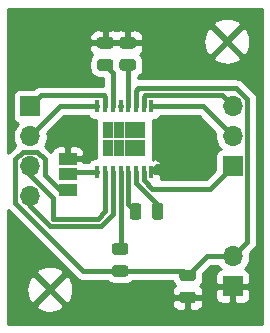
<source format=gbr>
%TF.GenerationSoftware,KiCad,Pcbnew,5.1.9-73d0e3b20d~88~ubuntu16.04.1*%
%TF.CreationDate,2021-03-22T14:59:07+00:00*%
%TF.ProjectId,arm-controller,61726d2d-636f-46e7-9472-6f6c6c65722e,rev?*%
%TF.SameCoordinates,Original*%
%TF.FileFunction,Copper,L1,Top*%
%TF.FilePolarity,Positive*%
%FSLAX46Y46*%
G04 Gerber Fmt 4.6, Leading zero omitted, Abs format (unit mm)*
G04 Created by KiCad (PCBNEW 5.1.9-73d0e3b20d~88~ubuntu16.04.1) date 2021-03-22 14:59:07*
%MOMM*%
%LPD*%
G01*
G04 APERTURE LIST*
%TA.AperFunction,SMDPad,CuDef*%
%ADD10R,0.450000X1.050000*%
%TD*%
%TA.AperFunction,SMDPad,CuDef*%
%ADD11R,0.895000X1.470000*%
%TD*%
%TA.AperFunction,ComponentPad*%
%ADD12R,1.700000X1.700000*%
%TD*%
%TA.AperFunction,ComponentPad*%
%ADD13O,1.700000X1.700000*%
%TD*%
%TA.AperFunction,SMDPad,CuDef*%
%ADD14R,1.500000X1.000000*%
%TD*%
%TA.AperFunction,ViaPad*%
%ADD15C,2.000000*%
%TD*%
%TA.AperFunction,Conductor*%
%ADD16C,0.400000*%
%TD*%
%TA.AperFunction,Conductor*%
%ADD17C,0.254000*%
%TD*%
%TA.AperFunction,Conductor*%
%ADD18C,0.100000*%
%TD*%
G04 APERTURE END LIST*
D10*
%TO.P,U1,1*%
%TO.N,Net-(JP1-Pad2)*%
X59040000Y-149060000D03*
%TO.P,U1,2*%
%TO.N,Net-(J1-Pad3)*%
X59690000Y-149060000D03*
%TO.P,U1,3*%
%TO.N,Net-(J1-Pad4)*%
X60340000Y-149060000D03*
%TO.P,U1,4*%
%TO.N,Net-(C2-Pad2)*%
X60990000Y-149060000D03*
%TO.P,U1,5*%
%TO.N,Net-(C1-Pad1)*%
X61640000Y-149060000D03*
%TO.P,U1,6*%
%TO.N,Net-(C1-Pad2)*%
X62290000Y-149060000D03*
%TO.P,U1,7*%
%TO.N,Net-(J2-Pad1)*%
X62940000Y-149060000D03*
%TO.P,U1,8*%
%TO.N,GND*%
X63590000Y-149060000D03*
%TO.P,U1,9*%
%TO.N,Net-(J2-Pad2)*%
X63590000Y-143510000D03*
%TO.P,U1,10*%
%TO.N,Net-(J2-Pad3)*%
X62940000Y-143510000D03*
%TO.P,U1,11*%
%TO.N,+5V*%
X62290000Y-143510000D03*
%TO.P,U1,12*%
%TO.N,Net-(C3-Pad1)*%
X61640000Y-143510000D03*
%TO.P,U1,13*%
%TO.N,Net-(U1-Pad13)*%
X60990000Y-143510000D03*
%TO.P,U1,14*%
%TO.N,Net-(R1-Pad2)*%
X60340000Y-143510000D03*
%TO.P,U1,15*%
%TO.N,Net-(J1-Pad1)*%
X59690000Y-143510000D03*
%TO.P,U1,16*%
%TO.N,Net-(J1-Pad2)*%
X59040000Y-143510000D03*
D11*
%TO.P,U1,17*%
%TO.N,N/C*%
X62657500Y-145550000D03*
X61762500Y-145550000D03*
X60867500Y-145550000D03*
X59972500Y-145550000D03*
X62657500Y-147020000D03*
X61762500Y-147020000D03*
X60867500Y-147020000D03*
X59972500Y-147020000D03*
%TD*%
%TO.P,C1,2*%
%TO.N,Net-(C1-Pad2)*%
%TA.AperFunction,SMDPad,CuDef*%
G36*
G01*
X63647500Y-152856250D02*
X63647500Y-151943750D01*
G75*
G02*
X63891250Y-151700000I243750J0D01*
G01*
X64378750Y-151700000D01*
G75*
G02*
X64622500Y-151943750I0J-243750D01*
G01*
X64622500Y-152856250D01*
G75*
G02*
X64378750Y-153100000I-243750J0D01*
G01*
X63891250Y-153100000D01*
G75*
G02*
X63647500Y-152856250I0J243750D01*
G01*
G37*
%TD.AperFunction*%
%TO.P,C1,1*%
%TO.N,Net-(C1-Pad1)*%
%TA.AperFunction,SMDPad,CuDef*%
G36*
G01*
X61772500Y-152856250D02*
X61772500Y-151943750D01*
G75*
G02*
X62016250Y-151700000I243750J0D01*
G01*
X62503750Y-151700000D01*
G75*
G02*
X62747500Y-151943750I0J-243750D01*
G01*
X62747500Y-152856250D01*
G75*
G02*
X62503750Y-153100000I-243750J0D01*
G01*
X62016250Y-153100000D01*
G75*
G02*
X61772500Y-152856250I0J243750D01*
G01*
G37*
%TD.AperFunction*%
%TD*%
%TO.P,C2,1*%
%TO.N,+5V*%
%TA.AperFunction,SMDPad,CuDef*%
G36*
G01*
X61416250Y-157937500D02*
X60503750Y-157937500D01*
G75*
G02*
X60260000Y-157693750I0J243750D01*
G01*
X60260000Y-157206250D01*
G75*
G02*
X60503750Y-156962500I243750J0D01*
G01*
X61416250Y-156962500D01*
G75*
G02*
X61660000Y-157206250I0J-243750D01*
G01*
X61660000Y-157693750D01*
G75*
G02*
X61416250Y-157937500I-243750J0D01*
G01*
G37*
%TD.AperFunction*%
%TO.P,C2,2*%
%TO.N,Net-(C2-Pad2)*%
%TA.AperFunction,SMDPad,CuDef*%
G36*
G01*
X61416250Y-156062500D02*
X60503750Y-156062500D01*
G75*
G02*
X60260000Y-155818750I0J243750D01*
G01*
X60260000Y-155331250D01*
G75*
G02*
X60503750Y-155087500I243750J0D01*
G01*
X61416250Y-155087500D01*
G75*
G02*
X61660000Y-155331250I0J-243750D01*
G01*
X61660000Y-155818750D01*
G75*
G02*
X61416250Y-156062500I-243750J0D01*
G01*
G37*
%TD.AperFunction*%
%TD*%
%TO.P,C3,1*%
%TO.N,Net-(C3-Pad1)*%
%TA.AperFunction,SMDPad,CuDef*%
G36*
G01*
X62051250Y-140490000D02*
X61138750Y-140490000D01*
G75*
G02*
X60895000Y-140246250I0J243750D01*
G01*
X60895000Y-139758750D01*
G75*
G02*
X61138750Y-139515000I243750J0D01*
G01*
X62051250Y-139515000D01*
G75*
G02*
X62295000Y-139758750I0J-243750D01*
G01*
X62295000Y-140246250D01*
G75*
G02*
X62051250Y-140490000I-243750J0D01*
G01*
G37*
%TD.AperFunction*%
%TO.P,C3,2*%
%TO.N,GND*%
%TA.AperFunction,SMDPad,CuDef*%
G36*
G01*
X62051250Y-138615000D02*
X61138750Y-138615000D01*
G75*
G02*
X60895000Y-138371250I0J243750D01*
G01*
X60895000Y-137883750D01*
G75*
G02*
X61138750Y-137640000I243750J0D01*
G01*
X62051250Y-137640000D01*
G75*
G02*
X62295000Y-137883750I0J-243750D01*
G01*
X62295000Y-138371250D01*
G75*
G02*
X62051250Y-138615000I-243750J0D01*
G01*
G37*
%TD.AperFunction*%
%TD*%
%TO.P,C4,2*%
%TO.N,GND*%
%TA.AperFunction,SMDPad,CuDef*%
G36*
G01*
X66218750Y-159200000D02*
X67131250Y-159200000D01*
G75*
G02*
X67375000Y-159443750I0J-243750D01*
G01*
X67375000Y-159931250D01*
G75*
G02*
X67131250Y-160175000I-243750J0D01*
G01*
X66218750Y-160175000D01*
G75*
G02*
X65975000Y-159931250I0J243750D01*
G01*
X65975000Y-159443750D01*
G75*
G02*
X66218750Y-159200000I243750J0D01*
G01*
G37*
%TD.AperFunction*%
%TO.P,C4,1*%
%TO.N,+5V*%
%TA.AperFunction,SMDPad,CuDef*%
G36*
G01*
X66218750Y-157325000D02*
X67131250Y-157325000D01*
G75*
G02*
X67375000Y-157568750I0J-243750D01*
G01*
X67375000Y-158056250D01*
G75*
G02*
X67131250Y-158300000I-243750J0D01*
G01*
X66218750Y-158300000D01*
G75*
G02*
X65975000Y-158056250I0J243750D01*
G01*
X65975000Y-157568750D01*
G75*
G02*
X66218750Y-157325000I243750J0D01*
G01*
G37*
%TD.AperFunction*%
%TD*%
D12*
%TO.P,J1,1*%
%TO.N,Net-(J1-Pad1)*%
X53340000Y-143510000D03*
D13*
%TO.P,J1,2*%
%TO.N,Net-(J1-Pad2)*%
X53340000Y-146050000D03*
%TO.P,J1,3*%
%TO.N,Net-(J1-Pad3)*%
X53340000Y-148590000D03*
%TO.P,J1,4*%
%TO.N,Net-(J1-Pad4)*%
X53340000Y-151130000D03*
%TD*%
D12*
%TO.P,J2,1*%
%TO.N,Net-(J2-Pad1)*%
X70485000Y-148590000D03*
D13*
%TO.P,J2,2*%
%TO.N,Net-(J2-Pad2)*%
X70485000Y-146050000D03*
%TO.P,J2,3*%
%TO.N,Net-(J2-Pad3)*%
X70485000Y-143510000D03*
%TD*%
D12*
%TO.P,J3,1*%
%TO.N,GND*%
X70485000Y-158750000D03*
D13*
%TO.P,J3,2*%
%TO.N,+5V*%
X70485000Y-156210000D03*
%TD*%
D14*
%TO.P,JP1,3*%
%TO.N,+5V*%
X56515000Y-150555000D03*
%TO.P,JP1,2*%
%TO.N,Net-(JP1-Pad2)*%
X56515000Y-149255000D03*
%TO.P,JP1,1*%
%TO.N,GND*%
X56515000Y-147955000D03*
%TD*%
%TO.P,R1,1*%
%TO.N,GND*%
%TA.AperFunction,SMDPad,CuDef*%
G36*
G01*
X59233750Y-137640000D02*
X60146250Y-137640000D01*
G75*
G02*
X60390000Y-137883750I0J-243750D01*
G01*
X60390000Y-138371250D01*
G75*
G02*
X60146250Y-138615000I-243750J0D01*
G01*
X59233750Y-138615000D01*
G75*
G02*
X58990000Y-138371250I0J243750D01*
G01*
X58990000Y-137883750D01*
G75*
G02*
X59233750Y-137640000I243750J0D01*
G01*
G37*
%TD.AperFunction*%
%TO.P,R1,2*%
%TO.N,Net-(R1-Pad2)*%
%TA.AperFunction,SMDPad,CuDef*%
G36*
G01*
X59233750Y-139515000D02*
X60146250Y-139515000D01*
G75*
G02*
X60390000Y-139758750I0J-243750D01*
G01*
X60390000Y-140246250D01*
G75*
G02*
X60146250Y-140490000I-243750J0D01*
G01*
X59233750Y-140490000D01*
G75*
G02*
X58990000Y-140246250I0J243750D01*
G01*
X58990000Y-139758750D01*
G75*
G02*
X59233750Y-139515000I243750J0D01*
G01*
G37*
%TD.AperFunction*%
%TD*%
D15*
%TO.N,GND*%
X66040000Y-148590000D03*
X55245000Y-138430000D03*
X57150000Y-145415000D03*
X65405000Y-138430000D03*
%TD*%
D16*
%TO.N,Net-(U1-Pad13)*%
X60990000Y-143510000D02*
X60965001Y-143510000D01*
%TO.N,Net-(C1-Pad2)*%
X64135000Y-151830000D02*
X64135000Y-152400000D01*
X62290000Y-149985000D02*
X64135000Y-151830000D01*
X62290000Y-149060000D02*
X62290000Y-149985000D01*
%TO.N,Net-(C1-Pad1)*%
X61640000Y-151780000D02*
X62260000Y-152400000D01*
X61640000Y-149060000D02*
X61640000Y-151780000D01*
%TO.N,+5V*%
X68277500Y-156210000D02*
X66675000Y-157812500D01*
X70485000Y-156210000D02*
X68277500Y-156210000D01*
X66312500Y-157450000D02*
X66675000Y-157812500D01*
X60960000Y-157450000D02*
X66312500Y-157450000D01*
X62485011Y-141984989D02*
X62265001Y-142204999D01*
X70485000Y-156210000D02*
X71735001Y-154959999D01*
X71735001Y-154959999D02*
X71735001Y-142909999D01*
X71735001Y-142909999D02*
X70809991Y-141984989D01*
X70809991Y-141984989D02*
X62485011Y-141984989D01*
X62265001Y-143485001D02*
X62290000Y-143510000D01*
X62265001Y-142204999D02*
X62265001Y-143485001D01*
X57809998Y-157450000D02*
X60960000Y-157450000D01*
X52089999Y-151730001D02*
X57809998Y-157450000D01*
X52739999Y-147339999D02*
X52089999Y-147989999D01*
X53940001Y-147339999D02*
X52739999Y-147339999D01*
X54590001Y-149300003D02*
X54590001Y-147989999D01*
X54590001Y-147989999D02*
X53940001Y-147339999D01*
X55844998Y-150555000D02*
X54590001Y-149300003D01*
X52089999Y-147989999D02*
X52089999Y-151730001D01*
X56515000Y-150555000D02*
X55844998Y-150555000D01*
%TO.N,Net-(C2-Pad2)*%
X60990000Y-155545000D02*
X60960000Y-155575000D01*
X60990000Y-149060000D02*
X60990000Y-155545000D01*
%TO.N,Net-(C3-Pad1)*%
X61640000Y-140047500D02*
X61595000Y-140002500D01*
X61640000Y-143510000D02*
X61640000Y-140047500D01*
%TO.N,GND*%
X64060000Y-148590000D02*
X63590000Y-149060000D01*
X66040000Y-148590000D02*
X64060000Y-148590000D01*
%TO.N,Net-(J1-Pad1)*%
X59690000Y-142689998D02*
X59585001Y-142584999D01*
X54265001Y-142584999D02*
X53340000Y-143510000D01*
X59585001Y-142584999D02*
X54265001Y-142584999D01*
X59690000Y-143510000D02*
X59690000Y-142689998D01*
%TO.N,Net-(J1-Pad2)*%
X55880000Y-143510000D02*
X53340000Y-146050000D01*
X59040000Y-143510000D02*
X55880000Y-143510000D01*
%TO.N,Net-(J1-Pad3)*%
X53340000Y-149350002D02*
X53340000Y-148590000D01*
X55245000Y-151255002D02*
X53340000Y-149350002D01*
X59690000Y-149060000D02*
X59690000Y-152400000D01*
X55245000Y-153035000D02*
X55245000Y-151255002D01*
X59690000Y-152400000D02*
X59055000Y-153035000D01*
X59055000Y-153035000D02*
X55245000Y-153035000D01*
%TO.N,Net-(J1-Pad4)*%
X53340000Y-151978542D02*
X53340000Y-151130000D01*
X54996468Y-153635010D02*
X53340000Y-151978542D01*
X59303532Y-153635010D02*
X54996468Y-153635010D01*
X60340000Y-152598542D02*
X59303532Y-153635010D01*
X60340000Y-149060000D02*
X60340000Y-152598542D01*
%TO.N,Net-(J2-Pad1)*%
X68580000Y-150495000D02*
X70485000Y-148590000D01*
X63648542Y-150495000D02*
X68580000Y-150495000D01*
X62940000Y-149786458D02*
X63648542Y-150495000D01*
X62940000Y-149060000D02*
X62940000Y-149786458D01*
%TO.N,Net-(J2-Pad2)*%
X67945000Y-143510000D02*
X70485000Y-146050000D01*
X63590000Y-143510000D02*
X67945000Y-143510000D01*
%TO.N,Net-(J2-Pad3)*%
X69559999Y-142584999D02*
X70485000Y-143510000D01*
X63044999Y-142584999D02*
X69559999Y-142584999D01*
X62940000Y-142689998D02*
X63044999Y-142584999D01*
X62940000Y-143510000D02*
X62940000Y-142689998D01*
%TO.N,Net-(JP1-Pad2)*%
X56710000Y-149060000D02*
X56515000Y-149255000D01*
X59040000Y-149060000D02*
X56710000Y-149060000D01*
%TO.N,Net-(R1-Pad2)*%
X60340000Y-140652500D02*
X59690000Y-140002500D01*
X60340000Y-143510000D02*
X60340000Y-140652500D01*
%TD*%
D17*
%TO.N,GND*%
X73000000Y-161900000D02*
X51460000Y-161900000D01*
X51460000Y-160384838D01*
X53794767Y-160384838D01*
X53932724Y-160685044D01*
X54281967Y-160860882D01*
X54658804Y-160965207D01*
X55048753Y-160994009D01*
X55436828Y-160946184D01*
X55808116Y-160823568D01*
X56067276Y-160685044D01*
X56205233Y-160384838D01*
X55000000Y-159179605D01*
X53794767Y-160384838D01*
X51460000Y-160384838D01*
X51460000Y-159048753D01*
X53005991Y-159048753D01*
X53053816Y-159436828D01*
X53176432Y-159808116D01*
X53314956Y-160067276D01*
X53615162Y-160205233D01*
X54820395Y-159000000D01*
X55179605Y-159000000D01*
X56384838Y-160205233D01*
X56450627Y-160175000D01*
X65336928Y-160175000D01*
X65349188Y-160299482D01*
X65385498Y-160419180D01*
X65444463Y-160529494D01*
X65523815Y-160626185D01*
X65620506Y-160705537D01*
X65730820Y-160764502D01*
X65850518Y-160800812D01*
X65975000Y-160813072D01*
X66389250Y-160810000D01*
X66548000Y-160651250D01*
X66548000Y-159814500D01*
X66802000Y-159814500D01*
X66802000Y-160651250D01*
X66960750Y-160810000D01*
X67375000Y-160813072D01*
X67499482Y-160800812D01*
X67619180Y-160764502D01*
X67729494Y-160705537D01*
X67826185Y-160626185D01*
X67905537Y-160529494D01*
X67964502Y-160419180D01*
X68000812Y-160299482D01*
X68013072Y-160175000D01*
X68010000Y-159973250D01*
X67851250Y-159814500D01*
X66802000Y-159814500D01*
X66548000Y-159814500D01*
X65498750Y-159814500D01*
X65340000Y-159973250D01*
X65336928Y-160175000D01*
X56450627Y-160175000D01*
X56685044Y-160067276D01*
X56860882Y-159718033D01*
X56893558Y-159600000D01*
X68996928Y-159600000D01*
X69009188Y-159724482D01*
X69045498Y-159844180D01*
X69104463Y-159954494D01*
X69183815Y-160051185D01*
X69280506Y-160130537D01*
X69390820Y-160189502D01*
X69510518Y-160225812D01*
X69635000Y-160238072D01*
X70199250Y-160235000D01*
X70358000Y-160076250D01*
X70358000Y-158877000D01*
X70612000Y-158877000D01*
X70612000Y-160076250D01*
X70770750Y-160235000D01*
X71335000Y-160238072D01*
X71459482Y-160225812D01*
X71579180Y-160189502D01*
X71689494Y-160130537D01*
X71786185Y-160051185D01*
X71865537Y-159954494D01*
X71924502Y-159844180D01*
X71960812Y-159724482D01*
X71973072Y-159600000D01*
X71970000Y-159035750D01*
X71811250Y-158877000D01*
X70612000Y-158877000D01*
X70358000Y-158877000D01*
X69158750Y-158877000D01*
X69000000Y-159035750D01*
X68996928Y-159600000D01*
X56893558Y-159600000D01*
X56965207Y-159341196D01*
X56994009Y-158951247D01*
X56946184Y-158563172D01*
X56823568Y-158191884D01*
X56685044Y-157932724D01*
X56384838Y-157794767D01*
X55179605Y-159000000D01*
X54820395Y-159000000D01*
X53615162Y-157794767D01*
X53314956Y-157932724D01*
X53139118Y-158281967D01*
X53034793Y-158658804D01*
X53005991Y-159048753D01*
X51460000Y-159048753D01*
X51460000Y-157615162D01*
X53794767Y-157615162D01*
X55000000Y-158820395D01*
X56205233Y-157615162D01*
X56067276Y-157314956D01*
X55718033Y-157139118D01*
X55341196Y-157034793D01*
X54951247Y-157005991D01*
X54563172Y-157053816D01*
X54191884Y-157176432D01*
X53932724Y-157314956D01*
X53794767Y-157615162D01*
X51460000Y-157615162D01*
X51460000Y-152278562D01*
X51496709Y-152323292D01*
X51528573Y-152349442D01*
X57190557Y-158011427D01*
X57216707Y-158043291D01*
X57326732Y-158133586D01*
X57343852Y-158147636D01*
X57488911Y-158225172D01*
X57646309Y-158272918D01*
X57809997Y-158289040D01*
X57851016Y-158285000D01*
X59853707Y-158285000D01*
X59880208Y-158317292D01*
X60013836Y-158426958D01*
X60166291Y-158508447D01*
X60331715Y-158558628D01*
X60503750Y-158575572D01*
X61416250Y-158575572D01*
X61588285Y-158558628D01*
X61753709Y-158508447D01*
X61906164Y-158426958D01*
X62039792Y-158317292D01*
X62066293Y-158285000D01*
X65371076Y-158285000D01*
X65404053Y-158393709D01*
X65485542Y-158546164D01*
X65595208Y-158679792D01*
X65601564Y-158685008D01*
X65523815Y-158748815D01*
X65444463Y-158845506D01*
X65385498Y-158955820D01*
X65349188Y-159075518D01*
X65336928Y-159200000D01*
X65340000Y-159401750D01*
X65498750Y-159560500D01*
X66548000Y-159560500D01*
X66548000Y-159540500D01*
X66802000Y-159540500D01*
X66802000Y-159560500D01*
X67851250Y-159560500D01*
X68010000Y-159401750D01*
X68013072Y-159200000D01*
X68000812Y-159075518D01*
X67964502Y-158955820D01*
X67905537Y-158845506D01*
X67826185Y-158748815D01*
X67748436Y-158685008D01*
X67754792Y-158679792D01*
X67864458Y-158546164D01*
X67945947Y-158393709D01*
X67996128Y-158228285D01*
X68013072Y-158056250D01*
X68013072Y-157655295D01*
X68623368Y-157045000D01*
X69256935Y-157045000D01*
X69331525Y-157156632D01*
X69463380Y-157288487D01*
X69390820Y-157310498D01*
X69280506Y-157369463D01*
X69183815Y-157448815D01*
X69104463Y-157545506D01*
X69045498Y-157655820D01*
X69009188Y-157775518D01*
X68996928Y-157900000D01*
X69000000Y-158464250D01*
X69158750Y-158623000D01*
X70358000Y-158623000D01*
X70358000Y-158603000D01*
X70612000Y-158603000D01*
X70612000Y-158623000D01*
X71811250Y-158623000D01*
X71970000Y-158464250D01*
X71973072Y-157900000D01*
X71960812Y-157775518D01*
X71924502Y-157655820D01*
X71865537Y-157545506D01*
X71786185Y-157448815D01*
X71689494Y-157369463D01*
X71579180Y-157310498D01*
X71506620Y-157288487D01*
X71638475Y-157156632D01*
X71800990Y-156913411D01*
X71912932Y-156643158D01*
X71970000Y-156356260D01*
X71970000Y-156063740D01*
X71943807Y-155932061D01*
X72296429Y-155579439D01*
X72328292Y-155553290D01*
X72432637Y-155426145D01*
X72510173Y-155281086D01*
X72557919Y-155123688D01*
X72570001Y-155001018D01*
X72570001Y-155001008D01*
X72574040Y-154960000D01*
X72570001Y-154918992D01*
X72570001Y-142951017D01*
X72574041Y-142909999D01*
X72563856Y-142806589D01*
X72557919Y-142746310D01*
X72510173Y-142588912D01*
X72432637Y-142443853D01*
X72414137Y-142421311D01*
X72354440Y-142348569D01*
X72354438Y-142348567D01*
X72328292Y-142316708D01*
X72296433Y-142290562D01*
X71429436Y-141423567D01*
X71403282Y-141391698D01*
X71276137Y-141287353D01*
X71131078Y-141209817D01*
X70973680Y-141162071D01*
X70851010Y-141149989D01*
X70851009Y-141149989D01*
X70809991Y-141145949D01*
X70768973Y-141149989D01*
X62526029Y-141149989D01*
X62485010Y-141145949D01*
X62475000Y-141146935D01*
X62475000Y-141014823D01*
X62541164Y-140979458D01*
X62674792Y-140869792D01*
X62784458Y-140736164D01*
X62865947Y-140583709D01*
X62916128Y-140418285D01*
X62933072Y-140246250D01*
X62933072Y-139758750D01*
X62916128Y-139586715D01*
X62865947Y-139421291D01*
X62846463Y-139384838D01*
X68794767Y-139384838D01*
X68932724Y-139685044D01*
X69281967Y-139860882D01*
X69658804Y-139965207D01*
X70048753Y-139994009D01*
X70436828Y-139946184D01*
X70808116Y-139823568D01*
X71067276Y-139685044D01*
X71205233Y-139384838D01*
X70000000Y-138179605D01*
X68794767Y-139384838D01*
X62846463Y-139384838D01*
X62784458Y-139268836D01*
X62674792Y-139135208D01*
X62668436Y-139129992D01*
X62746185Y-139066185D01*
X62825537Y-138969494D01*
X62884502Y-138859180D01*
X62920812Y-138739482D01*
X62933072Y-138615000D01*
X62930000Y-138413250D01*
X62771250Y-138254500D01*
X61722000Y-138254500D01*
X61722000Y-138274500D01*
X61468000Y-138274500D01*
X61468000Y-138254500D01*
X59817000Y-138254500D01*
X59817000Y-138274500D01*
X59563000Y-138274500D01*
X59563000Y-138254500D01*
X58513750Y-138254500D01*
X58355000Y-138413250D01*
X58351928Y-138615000D01*
X58364188Y-138739482D01*
X58400498Y-138859180D01*
X58459463Y-138969494D01*
X58538815Y-139066185D01*
X58616564Y-139129992D01*
X58610208Y-139135208D01*
X58500542Y-139268836D01*
X58419053Y-139421291D01*
X58368872Y-139586715D01*
X58351928Y-139758750D01*
X58351928Y-140246250D01*
X58368872Y-140418285D01*
X58419053Y-140583709D01*
X58500542Y-140736164D01*
X58610208Y-140869792D01*
X58743836Y-140979458D01*
X58896291Y-141060947D01*
X59061715Y-141111128D01*
X59233750Y-141128072D01*
X59505001Y-141128072D01*
X59505001Y-141749999D01*
X54306019Y-141749999D01*
X54265001Y-141745959D01*
X54223982Y-141749999D01*
X54101312Y-141762081D01*
X53943914Y-141809827D01*
X53798855Y-141887363D01*
X53671710Y-141991708D01*
X53646909Y-142021928D01*
X52490000Y-142021928D01*
X52365518Y-142034188D01*
X52245820Y-142070498D01*
X52135506Y-142129463D01*
X52038815Y-142208815D01*
X51959463Y-142305506D01*
X51900498Y-142415820D01*
X51864188Y-142535518D01*
X51851928Y-142660000D01*
X51851928Y-144360000D01*
X51864188Y-144484482D01*
X51900498Y-144604180D01*
X51959463Y-144714494D01*
X52038815Y-144811185D01*
X52135506Y-144890537D01*
X52245820Y-144949502D01*
X52318380Y-144971513D01*
X52186525Y-145103368D01*
X52024010Y-145346589D01*
X51912068Y-145616842D01*
X51855000Y-145903740D01*
X51855000Y-146196260D01*
X51912068Y-146483158D01*
X52024010Y-146753411D01*
X52072759Y-146826370D01*
X51528577Y-147370554D01*
X51496708Y-147396708D01*
X51460000Y-147441437D01*
X51460000Y-138048753D01*
X68005991Y-138048753D01*
X68053816Y-138436828D01*
X68176432Y-138808116D01*
X68314956Y-139067276D01*
X68615162Y-139205233D01*
X69820395Y-138000000D01*
X70179605Y-138000000D01*
X71384838Y-139205233D01*
X71685044Y-139067276D01*
X71860882Y-138718033D01*
X71965207Y-138341196D01*
X71994009Y-137951247D01*
X71946184Y-137563172D01*
X71823568Y-137191884D01*
X71685044Y-136932724D01*
X71384838Y-136794767D01*
X70179605Y-138000000D01*
X69820395Y-138000000D01*
X68615162Y-136794767D01*
X68314956Y-136932724D01*
X68139118Y-137281967D01*
X68034793Y-137658804D01*
X68005991Y-138048753D01*
X51460000Y-138048753D01*
X51460000Y-137640000D01*
X58351928Y-137640000D01*
X58355000Y-137841750D01*
X58513750Y-138000500D01*
X59563000Y-138000500D01*
X59563000Y-137163750D01*
X59817000Y-137163750D01*
X59817000Y-138000500D01*
X61468000Y-138000500D01*
X61468000Y-137163750D01*
X61722000Y-137163750D01*
X61722000Y-138000500D01*
X62771250Y-138000500D01*
X62930000Y-137841750D01*
X62933072Y-137640000D01*
X62920812Y-137515518D01*
X62884502Y-137395820D01*
X62825537Y-137285506D01*
X62746185Y-137188815D01*
X62649494Y-137109463D01*
X62539180Y-137050498D01*
X62419482Y-137014188D01*
X62295000Y-137001928D01*
X61880750Y-137005000D01*
X61722000Y-137163750D01*
X61468000Y-137163750D01*
X61309250Y-137005000D01*
X60895000Y-137001928D01*
X60770518Y-137014188D01*
X60650820Y-137050498D01*
X60642500Y-137054945D01*
X60634180Y-137050498D01*
X60514482Y-137014188D01*
X60390000Y-137001928D01*
X59975750Y-137005000D01*
X59817000Y-137163750D01*
X59563000Y-137163750D01*
X59404250Y-137005000D01*
X58990000Y-137001928D01*
X58865518Y-137014188D01*
X58745820Y-137050498D01*
X58635506Y-137109463D01*
X58538815Y-137188815D01*
X58459463Y-137285506D01*
X58400498Y-137395820D01*
X58364188Y-137515518D01*
X58351928Y-137640000D01*
X51460000Y-137640000D01*
X51460000Y-136615162D01*
X68794767Y-136615162D01*
X70000000Y-137820395D01*
X71205233Y-136615162D01*
X71067276Y-136314956D01*
X70718033Y-136139118D01*
X70341196Y-136034793D01*
X69951247Y-136005991D01*
X69563172Y-136053816D01*
X69191884Y-136176432D01*
X68932724Y-136314956D01*
X68794767Y-136615162D01*
X51460000Y-136615162D01*
X51460000Y-135280000D01*
X73000001Y-135280000D01*
X73000000Y-161900000D01*
%TA.AperFunction,Conductor*%
D18*
G36*
X73000000Y-161900000D02*
G01*
X51460000Y-161900000D01*
X51460000Y-160384838D01*
X53794767Y-160384838D01*
X53932724Y-160685044D01*
X54281967Y-160860882D01*
X54658804Y-160965207D01*
X55048753Y-160994009D01*
X55436828Y-160946184D01*
X55808116Y-160823568D01*
X56067276Y-160685044D01*
X56205233Y-160384838D01*
X55000000Y-159179605D01*
X53794767Y-160384838D01*
X51460000Y-160384838D01*
X51460000Y-159048753D01*
X53005991Y-159048753D01*
X53053816Y-159436828D01*
X53176432Y-159808116D01*
X53314956Y-160067276D01*
X53615162Y-160205233D01*
X54820395Y-159000000D01*
X55179605Y-159000000D01*
X56384838Y-160205233D01*
X56450627Y-160175000D01*
X65336928Y-160175000D01*
X65349188Y-160299482D01*
X65385498Y-160419180D01*
X65444463Y-160529494D01*
X65523815Y-160626185D01*
X65620506Y-160705537D01*
X65730820Y-160764502D01*
X65850518Y-160800812D01*
X65975000Y-160813072D01*
X66389250Y-160810000D01*
X66548000Y-160651250D01*
X66548000Y-159814500D01*
X66802000Y-159814500D01*
X66802000Y-160651250D01*
X66960750Y-160810000D01*
X67375000Y-160813072D01*
X67499482Y-160800812D01*
X67619180Y-160764502D01*
X67729494Y-160705537D01*
X67826185Y-160626185D01*
X67905537Y-160529494D01*
X67964502Y-160419180D01*
X68000812Y-160299482D01*
X68013072Y-160175000D01*
X68010000Y-159973250D01*
X67851250Y-159814500D01*
X66802000Y-159814500D01*
X66548000Y-159814500D01*
X65498750Y-159814500D01*
X65340000Y-159973250D01*
X65336928Y-160175000D01*
X56450627Y-160175000D01*
X56685044Y-160067276D01*
X56860882Y-159718033D01*
X56893558Y-159600000D01*
X68996928Y-159600000D01*
X69009188Y-159724482D01*
X69045498Y-159844180D01*
X69104463Y-159954494D01*
X69183815Y-160051185D01*
X69280506Y-160130537D01*
X69390820Y-160189502D01*
X69510518Y-160225812D01*
X69635000Y-160238072D01*
X70199250Y-160235000D01*
X70358000Y-160076250D01*
X70358000Y-158877000D01*
X70612000Y-158877000D01*
X70612000Y-160076250D01*
X70770750Y-160235000D01*
X71335000Y-160238072D01*
X71459482Y-160225812D01*
X71579180Y-160189502D01*
X71689494Y-160130537D01*
X71786185Y-160051185D01*
X71865537Y-159954494D01*
X71924502Y-159844180D01*
X71960812Y-159724482D01*
X71973072Y-159600000D01*
X71970000Y-159035750D01*
X71811250Y-158877000D01*
X70612000Y-158877000D01*
X70358000Y-158877000D01*
X69158750Y-158877000D01*
X69000000Y-159035750D01*
X68996928Y-159600000D01*
X56893558Y-159600000D01*
X56965207Y-159341196D01*
X56994009Y-158951247D01*
X56946184Y-158563172D01*
X56823568Y-158191884D01*
X56685044Y-157932724D01*
X56384838Y-157794767D01*
X55179605Y-159000000D01*
X54820395Y-159000000D01*
X53615162Y-157794767D01*
X53314956Y-157932724D01*
X53139118Y-158281967D01*
X53034793Y-158658804D01*
X53005991Y-159048753D01*
X51460000Y-159048753D01*
X51460000Y-157615162D01*
X53794767Y-157615162D01*
X55000000Y-158820395D01*
X56205233Y-157615162D01*
X56067276Y-157314956D01*
X55718033Y-157139118D01*
X55341196Y-157034793D01*
X54951247Y-157005991D01*
X54563172Y-157053816D01*
X54191884Y-157176432D01*
X53932724Y-157314956D01*
X53794767Y-157615162D01*
X51460000Y-157615162D01*
X51460000Y-152278562D01*
X51496709Y-152323292D01*
X51528573Y-152349442D01*
X57190557Y-158011427D01*
X57216707Y-158043291D01*
X57326732Y-158133586D01*
X57343852Y-158147636D01*
X57488911Y-158225172D01*
X57646309Y-158272918D01*
X57809997Y-158289040D01*
X57851016Y-158285000D01*
X59853707Y-158285000D01*
X59880208Y-158317292D01*
X60013836Y-158426958D01*
X60166291Y-158508447D01*
X60331715Y-158558628D01*
X60503750Y-158575572D01*
X61416250Y-158575572D01*
X61588285Y-158558628D01*
X61753709Y-158508447D01*
X61906164Y-158426958D01*
X62039792Y-158317292D01*
X62066293Y-158285000D01*
X65371076Y-158285000D01*
X65404053Y-158393709D01*
X65485542Y-158546164D01*
X65595208Y-158679792D01*
X65601564Y-158685008D01*
X65523815Y-158748815D01*
X65444463Y-158845506D01*
X65385498Y-158955820D01*
X65349188Y-159075518D01*
X65336928Y-159200000D01*
X65340000Y-159401750D01*
X65498750Y-159560500D01*
X66548000Y-159560500D01*
X66548000Y-159540500D01*
X66802000Y-159540500D01*
X66802000Y-159560500D01*
X67851250Y-159560500D01*
X68010000Y-159401750D01*
X68013072Y-159200000D01*
X68000812Y-159075518D01*
X67964502Y-158955820D01*
X67905537Y-158845506D01*
X67826185Y-158748815D01*
X67748436Y-158685008D01*
X67754792Y-158679792D01*
X67864458Y-158546164D01*
X67945947Y-158393709D01*
X67996128Y-158228285D01*
X68013072Y-158056250D01*
X68013072Y-157655295D01*
X68623368Y-157045000D01*
X69256935Y-157045000D01*
X69331525Y-157156632D01*
X69463380Y-157288487D01*
X69390820Y-157310498D01*
X69280506Y-157369463D01*
X69183815Y-157448815D01*
X69104463Y-157545506D01*
X69045498Y-157655820D01*
X69009188Y-157775518D01*
X68996928Y-157900000D01*
X69000000Y-158464250D01*
X69158750Y-158623000D01*
X70358000Y-158623000D01*
X70358000Y-158603000D01*
X70612000Y-158603000D01*
X70612000Y-158623000D01*
X71811250Y-158623000D01*
X71970000Y-158464250D01*
X71973072Y-157900000D01*
X71960812Y-157775518D01*
X71924502Y-157655820D01*
X71865537Y-157545506D01*
X71786185Y-157448815D01*
X71689494Y-157369463D01*
X71579180Y-157310498D01*
X71506620Y-157288487D01*
X71638475Y-157156632D01*
X71800990Y-156913411D01*
X71912932Y-156643158D01*
X71970000Y-156356260D01*
X71970000Y-156063740D01*
X71943807Y-155932061D01*
X72296429Y-155579439D01*
X72328292Y-155553290D01*
X72432637Y-155426145D01*
X72510173Y-155281086D01*
X72557919Y-155123688D01*
X72570001Y-155001018D01*
X72570001Y-155001008D01*
X72574040Y-154960000D01*
X72570001Y-154918992D01*
X72570001Y-142951017D01*
X72574041Y-142909999D01*
X72563856Y-142806589D01*
X72557919Y-142746310D01*
X72510173Y-142588912D01*
X72432637Y-142443853D01*
X72414137Y-142421311D01*
X72354440Y-142348569D01*
X72354438Y-142348567D01*
X72328292Y-142316708D01*
X72296433Y-142290562D01*
X71429436Y-141423567D01*
X71403282Y-141391698D01*
X71276137Y-141287353D01*
X71131078Y-141209817D01*
X70973680Y-141162071D01*
X70851010Y-141149989D01*
X70851009Y-141149989D01*
X70809991Y-141145949D01*
X70768973Y-141149989D01*
X62526029Y-141149989D01*
X62485010Y-141145949D01*
X62475000Y-141146935D01*
X62475000Y-141014823D01*
X62541164Y-140979458D01*
X62674792Y-140869792D01*
X62784458Y-140736164D01*
X62865947Y-140583709D01*
X62916128Y-140418285D01*
X62933072Y-140246250D01*
X62933072Y-139758750D01*
X62916128Y-139586715D01*
X62865947Y-139421291D01*
X62846463Y-139384838D01*
X68794767Y-139384838D01*
X68932724Y-139685044D01*
X69281967Y-139860882D01*
X69658804Y-139965207D01*
X70048753Y-139994009D01*
X70436828Y-139946184D01*
X70808116Y-139823568D01*
X71067276Y-139685044D01*
X71205233Y-139384838D01*
X70000000Y-138179605D01*
X68794767Y-139384838D01*
X62846463Y-139384838D01*
X62784458Y-139268836D01*
X62674792Y-139135208D01*
X62668436Y-139129992D01*
X62746185Y-139066185D01*
X62825537Y-138969494D01*
X62884502Y-138859180D01*
X62920812Y-138739482D01*
X62933072Y-138615000D01*
X62930000Y-138413250D01*
X62771250Y-138254500D01*
X61722000Y-138254500D01*
X61722000Y-138274500D01*
X61468000Y-138274500D01*
X61468000Y-138254500D01*
X59817000Y-138254500D01*
X59817000Y-138274500D01*
X59563000Y-138274500D01*
X59563000Y-138254500D01*
X58513750Y-138254500D01*
X58355000Y-138413250D01*
X58351928Y-138615000D01*
X58364188Y-138739482D01*
X58400498Y-138859180D01*
X58459463Y-138969494D01*
X58538815Y-139066185D01*
X58616564Y-139129992D01*
X58610208Y-139135208D01*
X58500542Y-139268836D01*
X58419053Y-139421291D01*
X58368872Y-139586715D01*
X58351928Y-139758750D01*
X58351928Y-140246250D01*
X58368872Y-140418285D01*
X58419053Y-140583709D01*
X58500542Y-140736164D01*
X58610208Y-140869792D01*
X58743836Y-140979458D01*
X58896291Y-141060947D01*
X59061715Y-141111128D01*
X59233750Y-141128072D01*
X59505001Y-141128072D01*
X59505001Y-141749999D01*
X54306019Y-141749999D01*
X54265001Y-141745959D01*
X54223982Y-141749999D01*
X54101312Y-141762081D01*
X53943914Y-141809827D01*
X53798855Y-141887363D01*
X53671710Y-141991708D01*
X53646909Y-142021928D01*
X52490000Y-142021928D01*
X52365518Y-142034188D01*
X52245820Y-142070498D01*
X52135506Y-142129463D01*
X52038815Y-142208815D01*
X51959463Y-142305506D01*
X51900498Y-142415820D01*
X51864188Y-142535518D01*
X51851928Y-142660000D01*
X51851928Y-144360000D01*
X51864188Y-144484482D01*
X51900498Y-144604180D01*
X51959463Y-144714494D01*
X52038815Y-144811185D01*
X52135506Y-144890537D01*
X52245820Y-144949502D01*
X52318380Y-144971513D01*
X52186525Y-145103368D01*
X52024010Y-145346589D01*
X51912068Y-145616842D01*
X51855000Y-145903740D01*
X51855000Y-146196260D01*
X51912068Y-146483158D01*
X52024010Y-146753411D01*
X52072759Y-146826370D01*
X51528577Y-147370554D01*
X51496708Y-147396708D01*
X51460000Y-147441437D01*
X51460000Y-138048753D01*
X68005991Y-138048753D01*
X68053816Y-138436828D01*
X68176432Y-138808116D01*
X68314956Y-139067276D01*
X68615162Y-139205233D01*
X69820395Y-138000000D01*
X70179605Y-138000000D01*
X71384838Y-139205233D01*
X71685044Y-139067276D01*
X71860882Y-138718033D01*
X71965207Y-138341196D01*
X71994009Y-137951247D01*
X71946184Y-137563172D01*
X71823568Y-137191884D01*
X71685044Y-136932724D01*
X71384838Y-136794767D01*
X70179605Y-138000000D01*
X69820395Y-138000000D01*
X68615162Y-136794767D01*
X68314956Y-136932724D01*
X68139118Y-137281967D01*
X68034793Y-137658804D01*
X68005991Y-138048753D01*
X51460000Y-138048753D01*
X51460000Y-137640000D01*
X58351928Y-137640000D01*
X58355000Y-137841750D01*
X58513750Y-138000500D01*
X59563000Y-138000500D01*
X59563000Y-137163750D01*
X59817000Y-137163750D01*
X59817000Y-138000500D01*
X61468000Y-138000500D01*
X61468000Y-137163750D01*
X61722000Y-137163750D01*
X61722000Y-138000500D01*
X62771250Y-138000500D01*
X62930000Y-137841750D01*
X62933072Y-137640000D01*
X62920812Y-137515518D01*
X62884502Y-137395820D01*
X62825537Y-137285506D01*
X62746185Y-137188815D01*
X62649494Y-137109463D01*
X62539180Y-137050498D01*
X62419482Y-137014188D01*
X62295000Y-137001928D01*
X61880750Y-137005000D01*
X61722000Y-137163750D01*
X61468000Y-137163750D01*
X61309250Y-137005000D01*
X60895000Y-137001928D01*
X60770518Y-137014188D01*
X60650820Y-137050498D01*
X60642500Y-137054945D01*
X60634180Y-137050498D01*
X60514482Y-137014188D01*
X60390000Y-137001928D01*
X59975750Y-137005000D01*
X59817000Y-137163750D01*
X59563000Y-137163750D01*
X59404250Y-137005000D01*
X58990000Y-137001928D01*
X58865518Y-137014188D01*
X58745820Y-137050498D01*
X58635506Y-137109463D01*
X58538815Y-137188815D01*
X58459463Y-137285506D01*
X58400498Y-137395820D01*
X58364188Y-137515518D01*
X58351928Y-137640000D01*
X51460000Y-137640000D01*
X51460000Y-136615162D01*
X68794767Y-136615162D01*
X70000000Y-137820395D01*
X71205233Y-136615162D01*
X71067276Y-136314956D01*
X70718033Y-136139118D01*
X70341196Y-136034793D01*
X69951247Y-136005991D01*
X69563172Y-136053816D01*
X69191884Y-136176432D01*
X68932724Y-136314956D01*
X68794767Y-136615162D01*
X51460000Y-136615162D01*
X51460000Y-135280000D01*
X73000001Y-135280000D01*
X73000000Y-161900000D01*
G37*
%TD.AperFunction*%
D17*
X69026193Y-145772061D02*
X69000000Y-145903740D01*
X69000000Y-146196260D01*
X69057068Y-146483158D01*
X69169010Y-146753411D01*
X69331525Y-146996632D01*
X69463380Y-147128487D01*
X69390820Y-147150498D01*
X69280506Y-147209463D01*
X69183815Y-147288815D01*
X69104463Y-147385506D01*
X69045498Y-147495820D01*
X69009188Y-147615518D01*
X68996928Y-147740000D01*
X68996928Y-148897204D01*
X68234133Y-149660000D01*
X64446041Y-149660000D01*
X64452959Y-149572979D01*
X64450000Y-149345750D01*
X64291250Y-149187000D01*
X63803072Y-149187000D01*
X63803072Y-148933000D01*
X64291250Y-148933000D01*
X64450000Y-148774250D01*
X64452959Y-148547021D01*
X64443046Y-148422330D01*
X64408997Y-148301970D01*
X64352122Y-148190564D01*
X64274605Y-148092395D01*
X64179426Y-148011235D01*
X64070242Y-147950203D01*
X63951249Y-147911645D01*
X63846750Y-147900000D01*
X63717002Y-148029748D01*
X63717002Y-147925007D01*
X63730812Y-147879482D01*
X63743072Y-147755000D01*
X63743072Y-144815000D01*
X63730812Y-144690518D01*
X63725520Y-144673072D01*
X63815000Y-144673072D01*
X63939482Y-144660812D01*
X64059180Y-144624502D01*
X64169494Y-144565537D01*
X64266185Y-144486185D01*
X64345537Y-144389494D01*
X64369320Y-144345000D01*
X67599133Y-144345000D01*
X69026193Y-145772061D01*
%TA.AperFunction,Conductor*%
D18*
G36*
X69026193Y-145772061D02*
G01*
X69000000Y-145903740D01*
X69000000Y-146196260D01*
X69057068Y-146483158D01*
X69169010Y-146753411D01*
X69331525Y-146996632D01*
X69463380Y-147128487D01*
X69390820Y-147150498D01*
X69280506Y-147209463D01*
X69183815Y-147288815D01*
X69104463Y-147385506D01*
X69045498Y-147495820D01*
X69009188Y-147615518D01*
X68996928Y-147740000D01*
X68996928Y-148897204D01*
X68234133Y-149660000D01*
X64446041Y-149660000D01*
X64452959Y-149572979D01*
X64450000Y-149345750D01*
X64291250Y-149187000D01*
X63803072Y-149187000D01*
X63803072Y-148933000D01*
X64291250Y-148933000D01*
X64450000Y-148774250D01*
X64452959Y-148547021D01*
X64443046Y-148422330D01*
X64408997Y-148301970D01*
X64352122Y-148190564D01*
X64274605Y-148092395D01*
X64179426Y-148011235D01*
X64070242Y-147950203D01*
X63951249Y-147911645D01*
X63846750Y-147900000D01*
X63717002Y-148029748D01*
X63717002Y-147925007D01*
X63730812Y-147879482D01*
X63743072Y-147755000D01*
X63743072Y-144815000D01*
X63730812Y-144690518D01*
X63725520Y-144673072D01*
X63815000Y-144673072D01*
X63939482Y-144660812D01*
X64059180Y-144624502D01*
X64169494Y-144565537D01*
X64266185Y-144486185D01*
X64345537Y-144389494D01*
X64369320Y-144345000D01*
X67599133Y-144345000D01*
X69026193Y-145772061D01*
G37*
%TD.AperFunction*%
D17*
X58284463Y-144389494D02*
X58363815Y-144486185D01*
X58460506Y-144565537D01*
X58570820Y-144624502D01*
X58690518Y-144660812D01*
X58815000Y-144673072D01*
X58904480Y-144673072D01*
X58899188Y-144690518D01*
X58886928Y-144815000D01*
X58886928Y-147755000D01*
X58899188Y-147879482D01*
X58904480Y-147896928D01*
X58815000Y-147896928D01*
X58690518Y-147909188D01*
X58570820Y-147945498D01*
X58460506Y-148004463D01*
X58363815Y-148083815D01*
X58284463Y-148180506D01*
X58260680Y-148225000D01*
X57884250Y-148225000D01*
X57741250Y-148082000D01*
X56642000Y-148082000D01*
X56642000Y-148102000D01*
X56388000Y-148102000D01*
X56388000Y-148082000D01*
X56368000Y-148082000D01*
X56368000Y-147828000D01*
X56388000Y-147828000D01*
X56388000Y-146978750D01*
X56642000Y-146978750D01*
X56642000Y-147828000D01*
X57741250Y-147828000D01*
X57900000Y-147669250D01*
X57903072Y-147455000D01*
X57890812Y-147330518D01*
X57854502Y-147210820D01*
X57795537Y-147100506D01*
X57716185Y-147003815D01*
X57619494Y-146924463D01*
X57509180Y-146865498D01*
X57389482Y-146829188D01*
X57265000Y-146816928D01*
X56800750Y-146820000D01*
X56642000Y-146978750D01*
X56388000Y-146978750D01*
X56229250Y-146820000D01*
X55765000Y-146816928D01*
X55640518Y-146829188D01*
X55520820Y-146865498D01*
X55410506Y-146924463D01*
X55313815Y-147003815D01*
X55234463Y-147100506D01*
X55175498Y-147210820D01*
X55139188Y-147330518D01*
X55136696Y-147355825D01*
X54607240Y-146826371D01*
X54655990Y-146753411D01*
X54767932Y-146483158D01*
X54825000Y-146196260D01*
X54825000Y-145903740D01*
X54798807Y-145772060D01*
X56225868Y-144345000D01*
X58260680Y-144345000D01*
X58284463Y-144389494D01*
%TA.AperFunction,Conductor*%
D18*
G36*
X58284463Y-144389494D02*
G01*
X58363815Y-144486185D01*
X58460506Y-144565537D01*
X58570820Y-144624502D01*
X58690518Y-144660812D01*
X58815000Y-144673072D01*
X58904480Y-144673072D01*
X58899188Y-144690518D01*
X58886928Y-144815000D01*
X58886928Y-147755000D01*
X58899188Y-147879482D01*
X58904480Y-147896928D01*
X58815000Y-147896928D01*
X58690518Y-147909188D01*
X58570820Y-147945498D01*
X58460506Y-148004463D01*
X58363815Y-148083815D01*
X58284463Y-148180506D01*
X58260680Y-148225000D01*
X57884250Y-148225000D01*
X57741250Y-148082000D01*
X56642000Y-148082000D01*
X56642000Y-148102000D01*
X56388000Y-148102000D01*
X56388000Y-148082000D01*
X56368000Y-148082000D01*
X56368000Y-147828000D01*
X56388000Y-147828000D01*
X56388000Y-146978750D01*
X56642000Y-146978750D01*
X56642000Y-147828000D01*
X57741250Y-147828000D01*
X57900000Y-147669250D01*
X57903072Y-147455000D01*
X57890812Y-147330518D01*
X57854502Y-147210820D01*
X57795537Y-147100506D01*
X57716185Y-147003815D01*
X57619494Y-146924463D01*
X57509180Y-146865498D01*
X57389482Y-146829188D01*
X57265000Y-146816928D01*
X56800750Y-146820000D01*
X56642000Y-146978750D01*
X56388000Y-146978750D01*
X56229250Y-146820000D01*
X55765000Y-146816928D01*
X55640518Y-146829188D01*
X55520820Y-146865498D01*
X55410506Y-146924463D01*
X55313815Y-147003815D01*
X55234463Y-147100506D01*
X55175498Y-147210820D01*
X55139188Y-147330518D01*
X55136696Y-147355825D01*
X54607240Y-146826371D01*
X54655990Y-146753411D01*
X54767932Y-146483158D01*
X54825000Y-146196260D01*
X54825000Y-145903740D01*
X54798807Y-145772060D01*
X56225868Y-144345000D01*
X58260680Y-144345000D01*
X58284463Y-144389494D01*
G37*
%TD.AperFunction*%
%TD*%
M02*

</source>
